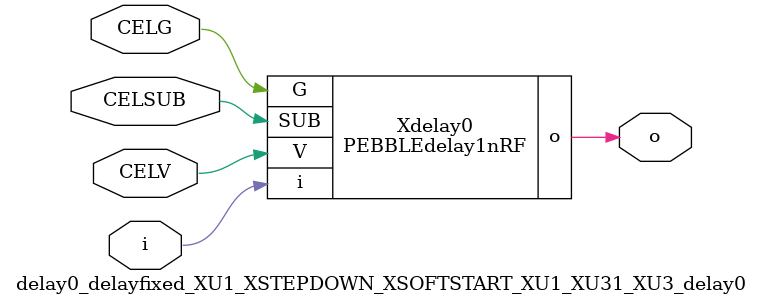
<source format=v>



module PEBBLEdelay1nRF ( o, V, G, i, SUB );

  input V;
  input i;
  input G;
  output o;
  input SUB;
endmodule

//Celera Confidential Do Not Copy delay0_delayfixed_XU1_XSTEPDOWN_XSOFTSTART_XU1_XU31_XU3_delay0
//TYPE: fixed 1ns
module delay0_delayfixed_XU1_XSTEPDOWN_XSOFTSTART_XU1_XU31_XU3_delay0 (i, CELV, o,
CELG,CELSUB);
input CELV;
input i;
output o;
input CELSUB;
input CELG;

//Celera Confidential Do Not Copy delayfast0
PEBBLEdelay1nRF Xdelay0(
.V (CELV),
.i (i),
.o (o),
.G (CELG),
.SUB (CELSUB)
);
//,diesize,PEBBLEdelay1nRF

//Celera Confidential Do Not Copy Module End
//Celera Schematic Generator
endmodule

</source>
